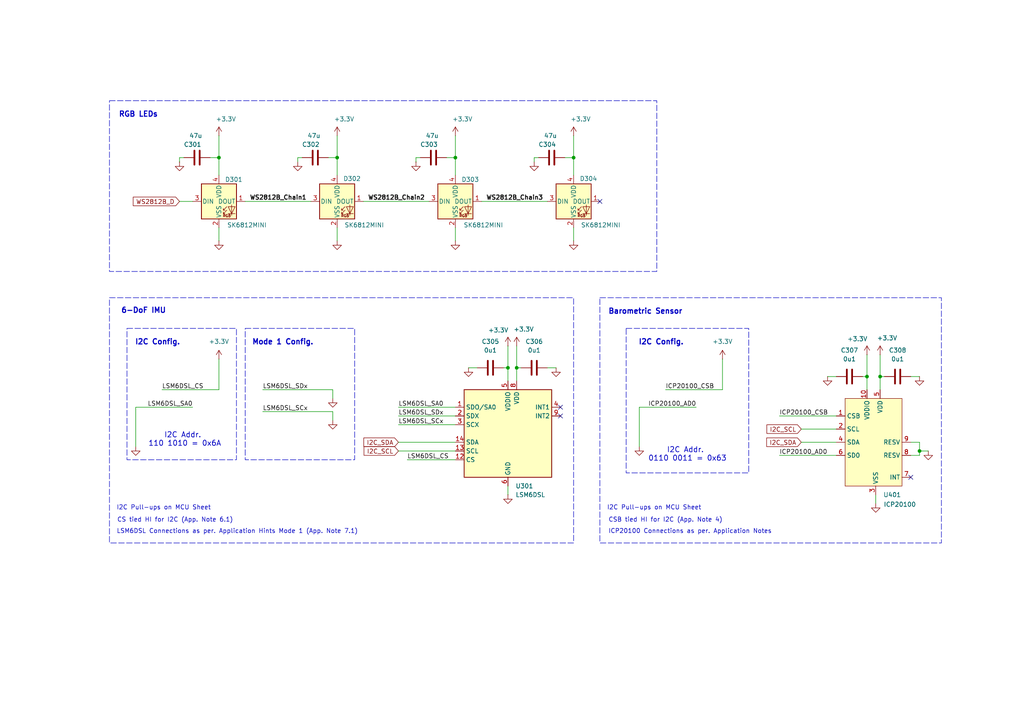
<source format=kicad_sch>
(kicad_sch (version 20231120) (generator "eeschema") (generator_version "8.0")
  (paper "A4")
  (lib_symbols
    (symbol "Device:C" (pin_numbers hide) (pin_names (offset 0.254))
      (property "Reference" "C" (at 0.635 2.54 0))
      (property "Value" "C" (at 0.635 -2.54 0))
      (symbol "C_0_1"
        (polyline (pts (xy -2.032 -0.762) (xy 2.032 -0.762)) (stroke (width 0.508)))
        (polyline (pts (xy -2.032 0.762) (xy 2.032 0.762)) (stroke (width 0.508)))
      )
      (symbol "C_1_1"
        (pin passive line (at 0 3.81 270) (length 2.794) (name "~") (number "1"))
        (pin passive line (at 0 -3.81 90) (length 2.794) (name "~") (number "2"))
      )
    )
    (symbol "LED:SK6812MINI" (pin_names (offset 0.254))
      (property "Reference" "D" (at 5.08 5.715 0))
      (property "Value" "SK6812MINI" (at 1.27 -5.715 0))
      (symbol "SK6812MINI_0_0"
        (text "RGB" (at 2.286 -4.191 0) (effects (font (size 0.762 0.762))))
      )
      (symbol "SK6812MINI_0_1"
        (polyline (pts (xy 1.27 -3.556) (xy 1.778 -3.556)))
        (polyline (pts (xy 1.27 -2.54) (xy 1.778 -2.54)))
        (polyline (pts (xy 4.699 -3.556) (xy 2.667 -3.556)))
        (polyline (pts (xy 2.286 -2.54) (xy 1.27 -3.556) (xy 1.27 -3.048)))
        (polyline (pts (xy 2.286 -1.524) (xy 1.27 -2.54) (xy 1.27 -2.032)))
        (polyline (pts (xy 3.683 -1.016) (xy 3.683 -3.556) (xy 3.683 -4.064)))
        (polyline (pts (xy 4.699 -1.524) (xy 2.667 -1.524) (xy 3.683 -3.556) (xy 4.699 -1.524)))
        (rectangle (start 5.08 5.08) (end -5.08 -5.08) (stroke (width 0.254)) (fill (type background)))
      )
      (symbol "SK6812MINI_1_1"
        (pin output line (at 7.62 0 180) (length 2.54) (name "DOUT") (number "1"))
        (pin power_in line (at 0 -7.62 90) (length 2.54) (name "VSS") (number "2"))
        (pin input line (at -7.62 0 0) (length 2.54) (name "DIN") (number "3"))
        (pin power_in line (at 0 7.62 270) (length 2.54) (name "VDD") (number "4"))
      )
    )
    (symbol "Sensor_Motion:LSM6DSL"
      (property "Reference" "U" (at -11.43 15.24 0))
      (property "Value" "LSM6DSL" (at -11.43 12.7 0))
      (symbol "LSM6DSL_0_1"
        (rectangle (start -12.7 12.7) (end 12.7 -12.7) (stroke (width 0.254)) (fill (type background)))
      )
      (symbol "LSM6DSL_1_1"
        (pin bidirectional line (at -15.24 7.62 0) (length 2.54) (name "SDO/SA0") (number "1"))
        (pin no_connect line (at 12.7 -5.08 180) (length 3.81) hide (name "NC") (number "10"))
        (pin no_connect line (at 12.7 -2.54 180) (length 3.81) hide (name "NC") (number "11"))
        (pin input line (at -15.24 -7.62 0) (length 2.54) (name "CS") (number "12"))
        (pin input line (at -15.24 -5.08 0) (length 2.54) (name "SCL") (number "13"))
        (pin bidirectional line (at -15.24 -2.54 0) (length 2.54) (name "SDA") (number "14"))
        (pin bidirectional line (at -15.24 5.08 0) (length 2.54) (name "SDX") (number "2"))
        (pin input line (at -15.24 2.54 0) (length 2.54) (name "SCX") (number "3"))
        (pin output line (at 15.24 7.62 180) (length 2.54) (name "INT1") (number "4"))
        (pin power_in line (at 0 15.24 270) (length 2.54) (name "VDDIO") (number "5"))
        (pin power_in line (at 0 -15.24 90) (length 2.54) (name "GND") (number "6"))
        (pin passive line (at 0 -15.24 90) (length 2.54) hide (name "GND") (number "7"))
        (pin power_in line (at 2.54 15.24 270) (length 2.54) (name "VDD") (number "8"))
        (pin output line (at 15.24 5.08 180) (length 2.54) (name "INT2") (number "9"))
      )
    )
    (symbol "TDK:ICP-20100"
      (property "Reference" "U" (at 0 0 0))
      (symbol "ICP-20100_1_1"
        (rectangle (start -20.32 -2.54) (end -3.81 -27.94) (fill (type background)))
        (pin bidirectional line (at -22.86 -7.62 0) (length 2.54) (name "CSB") (number "1"))
        (pin power_in line (at -13.97 0 270) (length 2.54) (name "VDDIO") (number "10"))
        (pin bidirectional line (at -22.86 -11.43 0) (length 2.54) (name "SCL") (number "2"))
        (pin power_in line (at -11.43 -30.48 90) (length 2.54) (name "VSS") (number "3"))
        (pin bidirectional line (at -22.86 -15.24 0) (length 2.54) (name "SDA") (number "4"))
        (pin power_in line (at -10.16 0 270) (length 2.54) (name "VDD") (number "5"))
        (pin bidirectional line (at -22.86 -19.05 0) (length 2.54) (name "SD0") (number "6"))
        (pin output line (at -1.27 -25.4 180) (length 2.54) (name "INT") (number "7"))
        (pin power_in line (at -1.27 -19.05 180) (length 2.54) (name "RESV") (number "8"))
        (pin power_in line (at -1.27 -15.24 180) (length 2.54) (name "RESV") (number "9"))
      )
    )
    (symbol "power:+3.3V" (power) (pin_numbers hide) (pin_names (offset 0) hide)
      (property "Value" "+3.3V" (at 0 3.556 0))
      (symbol "+3.3V_0_1"
        (polyline (pts (xy -0.762 1.27) (xy 0 2.54)))
        (polyline (pts (xy 0 0) (xy 0 2.54)))
        (polyline (pts (xy 0 2.54) (xy 0.762 1.27)))
      )
      (symbol "+3.3V_1_1"
        (pin power_in line (at 0 0 90) (length 0) (name "~") (number "1"))
      )
    )
    (symbol "power:GND" (power) (pin_numbers hide) (pin_names (offset 0) hide)
      (property "Value" "GND" (at 0 -3.81 0))
      (symbol "GND_0_1"
        (polyline (pts (xy 0 0) (xy 0 -1.27) (xy 1.27 -1.27) (xy 0 -2.54) (xy -1.27 -1.27) (xy 0 -1.27)))
      )
      (symbol "GND_1_1"
        (pin power_in line (at 0 0 270) (length 0) (name "~") (number "1"))
      )
    )
  )
  (junction (at 97.79 45.72))
  (junction (at 166.37 45.72))
  (junction (at 149.86 106.68))
  (junction (at 266.7 130.81))
  (junction (at 255.27 109.22))
  (junction (at 63.5 45.72))
  (junction (at 132.08 45.72))
  (junction (at 147.32 106.68))
  (junction (at 251.46 109.22))
  (no_connect (at 162.56 120.65))
  (no_connect (at 264.16 138.43))
  (no_connect (at 173.99 58.42))
  (no_connect (at 162.56 118.11))
  (wire (pts (xy 96.52 115.57) (xy 96.52 113.03)))
  (wire (pts (xy 53.34 45.72) (xy 52.07 45.72)))
  (wire (pts (xy 209.55 113.03) (xy 209.55 104.14)))
  (wire (pts (xy 132.08 45.72) (xy 132.08 50.8)))
  (wire (pts (xy 149.86 100.33) (xy 149.86 106.68)))
  (wire (pts (xy 115.57 123.19) (xy 132.08 123.19)))
  (wire (pts (xy 115.57 118.11) (xy 132.08 118.11)))
  (wire (pts (xy 266.7 130.81) (xy 266.7 128.27)))
  (wire (pts (xy 118.11 133.35) (xy 132.08 133.35)))
  (wire (pts (xy 226.06 132.08) (xy 242.57 132.08)))
  (wire (pts (xy 147.32 100.33) (xy 147.32 106.68)))
  (wire (pts (xy 166.37 66.04) (xy 166.37 69.85)))
  (wire (pts (xy 266.7 130.81) (xy 269.24 130.81)))
  (wire (pts (xy 158.75 106.68) (xy 161.29 106.68)))
  (wire (pts (xy 185.42 118.11) (xy 185.42 129.54)))
  (wire (pts (xy 266.7 132.08) (xy 266.7 130.81)))
  (wire (pts (xy 97.79 45.72) (xy 97.79 39.37)))
  (wire (pts (xy 63.5 113.03) (xy 63.5 104.14)))
  (wire (pts (xy 60.96 45.72) (xy 63.5 45.72)))
  (wire (pts (xy 266.7 128.27) (xy 264.16 128.27)))
  (wire (pts (xy 71.12 58.42) (xy 90.17 58.42)))
  (wire (pts (xy 87.63 45.72) (xy 86.36 45.72)))
  (wire (pts (xy 255.27 109.22) (xy 256.54 109.22)))
  (wire (pts (xy 226.06 120.65) (xy 242.57 120.65)))
  (wire (pts (xy 63.5 45.72) (xy 63.5 50.8)))
  (wire (pts (xy 132.08 66.04) (xy 132.08 69.85)))
  (wire (pts (xy 52.07 45.72) (xy 52.07 46.99)))
  (wire (pts (xy 264.16 109.22) (xy 266.7 109.22)))
  (wire (pts (xy 95.25 45.72) (xy 97.79 45.72)))
  (wire (pts (xy 154.94 45.72) (xy 154.94 46.99)))
  (wire (pts (xy 251.46 109.22) (xy 251.46 113.03)))
  (wire (pts (xy 264.16 132.08) (xy 266.7 132.08)))
  (wire (pts (xy 185.42 118.11) (xy 201.93 118.11)))
  (wire (pts (xy 63.5 45.72) (xy 63.5 39.37)))
  (wire (pts (xy 147.32 106.68) (xy 147.32 110.49)))
  (wire (pts (xy 97.79 66.04) (xy 97.79 69.85)))
  (wire (pts (xy 149.86 106.68) (xy 151.13 106.68)))
  (wire (pts (xy 146.05 106.68) (xy 147.32 106.68)))
  (wire (pts (xy 156.21 45.72) (xy 154.94 45.72)))
  (wire (pts (xy 139.7 58.42) (xy 158.75 58.42)))
  (wire (pts (xy 232.41 128.27) (xy 242.57 128.27)))
  (wire (pts (xy 39.37 118.11) (xy 39.37 129.54)))
  (wire (pts (xy 63.5 66.04) (xy 63.5 69.85)))
  (wire (pts (xy 97.79 45.72) (xy 97.79 50.8)))
  (wire (pts (xy 166.37 45.72) (xy 166.37 50.8)))
  (wire (pts (xy 96.52 121.92) (xy 96.52 119.38)))
  (wire (pts (xy 105.41 58.42) (xy 124.46 58.42)))
  (wire (pts (xy 39.37 118.11) (xy 55.88 118.11)))
  (wire (pts (xy 135.89 106.68) (xy 138.43 106.68)))
  (wire (pts (xy 255.27 109.22) (xy 255.27 113.03)))
  (wire (pts (xy 232.41 124.46) (xy 242.57 124.46)))
  (wire (pts (xy 121.92 45.72) (xy 120.65 45.72)))
  (wire (pts (xy 251.46 102.87) (xy 251.46 109.22)))
  (wire (pts (xy 52.07 58.42) (xy 55.88 58.42)))
  (wire (pts (xy 76.2 113.03) (xy 96.52 113.03)))
  (wire (pts (xy 129.54 45.72) (xy 132.08 45.72)))
  (wire (pts (xy 147.32 140.97) (xy 147.32 143.51)))
  (wire (pts (xy 255.27 102.87) (xy 255.27 109.22)))
  (wire (pts (xy 240.03 109.22) (xy 242.57 109.22)))
  (wire (pts (xy 254 146.05) (xy 254 143.51)))
  (wire (pts (xy 115.57 130.81) (xy 132.08 130.81)))
  (wire (pts (xy 163.83 45.72) (xy 166.37 45.72)))
  (wire (pts (xy 149.86 106.68) (xy 149.86 110.49)))
  (wire (pts (xy 115.57 128.27) (xy 132.08 128.27)))
  (wire (pts (xy 120.65 45.72) (xy 120.65 46.99)))
  (wire (pts (xy 132.08 45.72) (xy 132.08 39.37)))
  (wire (pts (xy 166.37 45.72) (xy 166.37 39.37)))
  (wire (pts (xy 209.55 113.03) (xy 193.04 113.03)))
  (wire (pts (xy 63.5 113.03) (xy 46.99 113.03)))
  (wire (pts (xy 86.36 45.72) (xy 86.36 46.99)))
  (wire (pts (xy 250.19 109.22) (xy 251.46 109.22)))
  (wire (pts (xy 115.57 120.65) (xy 132.08 120.65)))
  (wire (pts (xy 76.2 119.38) (xy 96.52 119.38)))
  (rectangle (start 181.61 95.25) (end 217.17 137.16) (stroke (width 0) (type dash)))
  (rectangle (start 31.75 86.36) (end 166.37 157.48) (stroke (width 0) (type dash)))
  (rectangle (start 36.83 95.25) (end 68.58 133.35) (stroke (width 0) (type dash)))
  (rectangle (start 173.99 86.36) (end 273.05 157.48) (stroke (width 0) (type dash)))
  (rectangle (start 71.12 95.25) (end 102.87 133.35) (stroke (width 0) (type dash)))
  (rectangle (start 31.75 29.21) (end 190.5 78.74) (stroke (width 0) (type dash)))
  (text "I2C Config." (at 45.72 99.314 0) (effects (font (size 1.524 1.524) (thickness 0.3048) (bold yes))))
  (text "CS tied HI for I2C (App. Note 6.1)" (at 50.8 150.876 0) (effects (font (size 1.27 1.27))))
  (text "CSB tied HI for I2C (App. Note 4)" (at 193.04 150.876 0) (effects (font (size 1.27 1.27))))
  (text "I2C Config." (at 191.77 99.314 0) (effects (font (size 1.524 1.524) (thickness 0.3048) (bold yes))))
  (text "Barometric Sensor" (at 187.198 90.424 0) (effects (font (size 1.524 1.524) (thickness 0.3048) (bold yes))))
  (text "RGB LEDs" (at 40.132 33.274 0) (effects (font (size 1.524 1.524) (thickness 0.3048) (bold yes))))
  (text "6-DoF IMU" (at 41.656 90.17 0) (effects (font (size 1.524 1.524) (thickness 0.3048) (bold yes))))
  (text "I2C Pull-ups on MCU Sheet" (at 189.738 147.32 0) (effects (font (size 1.27 1.27))))
  (text "I2C Pull-ups on MCU Sheet" (at 47.498 147.32 0) (effects (font (size 1.27 1.27))))
  (text "I2C Addr. \n0110 0011 = 0x63" (at 199.39 131.826 0) (effects (font (size 1.524 1.524) (thickness 0.1905))))
  (text "I2C Addr. \n110 1010 = 0x6A" (at 53.594 127.508 0) (effects (font (size 1.524 1.524) (thickness 0.1905))))
  (text "LSM6DSL Connections as per. Application Hints Mode 1 (App. Note 7.1)" (at 68.834 154.178 0) (effects (font (size 1.27 1.27))))
  (text "ICP20100 Connections as per. Application Notes" (at 200.152 154.178 0) (effects (font (size 1.27 1.27))))
  (text "Mode 1 Config." (at 82.042 99.314 0) (effects (font (size 1.524 1.524) (thickness 0.3048) (bold yes))))
  (label "LSM6DSL_SDx" (at 76.2 113.03 0))
  (label "LSM6DSL_SA0" (at 55.88 118.11 180))
  (label "ICP20100_CSB" (at 226.06 120.65 0))
  (label "LSM6DSL_CS" (at 118.11 133.35 0))
  (label "LSM6DSL_SCx" (at 76.2 119.38 0))
  (label "WS2812B_Chain2" (at 106.68 58.42 0) (effects (font (thickness 0.254) (bold yes))))
  (label "LSM6DSL_SA0" (at 115.57 118.11 0))
  (label "WS2812B_Chain1" (at 72.39 58.42 0) (effects (font (thickness 0.254) (bold yes))))
  (label "LSM6DSL_CS" (at 46.99 113.03 0))
  (label "LSM6DSL_SCx" (at 115.57 123.19 0))
  (label "LSM6DSL_SDx" (at 115.57 120.65 0))
  (label "ICP20100_AD0" (at 226.06 132.08 0))
  (label "ICP20100_CSB" (at 193.04 113.03 0))
  (label "ICP20100_AD0" (at 201.93 118.11 180))
  (label "WS2812B_Chain3" (at 140.97 58.42 0) (effects (font (thickness 0.254) (bold yes))))
  (global_label "I2C_SCL" (shape input) (at 115.57 130.81 180) (property "Intersheetrefs" "${INTERSHEET_REFS}" (effects (hide yes))))
  (global_label "I2C_SCL" (shape input) (at 232.41 124.46 180) (property "Intersheetrefs" "${INTERSHEET_REFS}" (effects (hide yes))))
  (global_label "WS2812B_D" (shape input) (at 52.07 58.42 180) (property "Intersheetrefs" "${INTERSHEET_REFS}" (effects (hide yes))))
  (global_label "I2C_SDA" (shape input) (at 232.41 128.27 180) (property "Intersheetrefs" "${INTERSHEET_REFS}" (effects (hide yes))))
  (global_label "I2C_SDA" (shape input) (at 115.57 128.27 180) (property "Intersheetrefs" "${INTERSHEET_REFS}" (effects (hide yes))))
  (symbol (lib_id "power:GND") (at 154.94 46.99 0) (unit 1)
    (property "Reference" "#PWR070" (effects (hide yes)))
    (property "Value" "GND" (effects (hide yes)))
    (property "Description" "Power symbol creates a global label with name \"GND\" , ground" (effects (hide yes)))
  )
  (symbol (lib_id "TDK:ICP-20100") (at 265.43 113.03 0) (unit 1)
    (property "Reference" "U401" (at 256.1941 143.51 0) (effects (justify left)))
    (property "Value" "ICP20100" (at 256.286 146.304 0) (effects (justify left)))
    (property "Footprint" "Package_LGA:ST_HLGA-10_2x2mm_P0.5mm_LayoutBorder3x2y" (effects (hide yes)))
  )
  (symbol (lib_id "Device:C") (at 125.73 45.72 90) (unit 1)
    (property "Reference" "C303" (at 127 41.91 90) (effects (justify left)))
    (property "Value" "47u" (at 127.254 39.37 90) (effects (justify left)))
    (property "Footprint" "Capacitor_SMD:C_0603_1608Metric" (effects (hide yes)))
    (property "Description" "Unpolarized capacitor" (effects (hide yes)))
  )
  (symbol (lib_id "power:GND") (at 39.37 129.54 0) (mirror y) (unit 1)
    (property "Reference" "#PWR062" (effects (hide yes)))
    (property "Value" "GND" (effects (hide yes)))
    (property "Description" "Power symbol creates a global label with name \"GND\" , ground" (effects (hide yes)))
  )
  (symbol (lib_id "power:GND") (at 254 146.05 0) (unit 1)
    (property "Reference" "#PWR076" (effects (hide yes)))
    (property "Value" "GND" (effects (hide yes)))
    (property "Description" "Power symbol creates a global label with name \"GND\" , ground" (effects (hide yes)))
  )
  (symbol (lib_id "power:+3.3V") (at 63.5 104.14 0) (unit 1)
    (property "Reference" "#PWR078" (effects (hide yes)))
    (property "Value" "+3.3V" (at 63.5 99.06 0))
    (property "Description" "Power symbol creates a global label with name \"+3.3V\"" (effects (hide yes)))
  )
  (symbol (lib_id "power:+3.3V") (at 166.37 39.37 0) (unit 1)
    (property "Reference" "#PWR071" (effects (hide yes)))
    (property "Value" "+3.3V" (at 168.402 34.544 0))
    (property "Description" "Power symbol creates a global label with name \"+3.3V\"" (effects (hide yes)))
  )
  (symbol (lib_id "power:GND") (at 135.89 106.68 0) (unit 1)
    (property "Reference" "#PWR020" (effects (hide yes)))
    (property "Value" "GND" (effects (hide yes)))
    (property "Description" "Power symbol creates a global label with name \"GND\" , ground" (effects (hide yes)))
  )
  (symbol (lib_id "power:+3.3V") (at 63.5 39.37 0) (unit 1)
    (property "Reference" "#PWR026" (effects (hide yes)))
    (property "Value" "+3.3V" (at 65.532 34.544 0))
    (property "Description" "Power symbol creates a global label with name \"+3.3V\"" (effects (hide yes)))
  )
  (symbol (lib_id "Device:C") (at 57.15 45.72 90) (unit 1)
    (property "Reference" "C301" (at 58.42 41.91 90) (effects (justify left)))
    (property "Value" "47u" (at 58.674 39.37 90) (effects (justify left)))
    (property "Footprint" "Capacitor_SMD:C_0603_1608Metric" (effects (hide yes)))
    (property "Description" "Unpolarized capacitor" (effects (hide yes)))
  )
  (symbol (lib_id "power:GND") (at 96.52 115.57 0) (mirror y) (unit 1)
    (property "Reference" "#PWR018" (effects (hide yes)))
    (property "Value" "GND" (effects (hide yes)))
    (property "Description" "Power symbol creates a global label with name \"GND\" , ground" (effects (hide yes)))
  )
  (symbol (lib_id "Device:C") (at 260.35 109.22 270) (unit 1)
    (property "Reference" "C308" (at 260.35 101.6 90))
    (property "Value" "0u1" (at 260.35 104.14 90))
    (property "Footprint" "Capacitor_SMD:C_0402_1005Metric" (effects (hide yes)))
    (property "Description" "Unpolarized capacitor" (effects (hide yes)))
  )
  (symbol (lib_id "power:GND") (at 120.65 46.99 0) (unit 1)
    (property "Reference" "#PWR057" (effects (hide yes)))
    (property "Value" "GND" (effects (hide yes)))
    (property "Description" "Power symbol creates a global label with name \"GND\" , ground" (effects (hide yes)))
  )
  (symbol (lib_id "Device:C") (at 154.94 106.68 270) (unit 1)
    (property "Reference" "C306" (at 154.94 99.06 90))
    (property "Value" "0u1" (at 154.94 101.6 90))
    (property "Footprint" "Capacitor_SMD:C_0402_1005Metric" (effects (hide yes)))
    (property "Description" "Unpolarized capacitor" (effects (hide yes)))
  )
  (symbol (lib_id "power:GND") (at 266.7 109.22 0) (unit 1)
    (property "Reference" "#PWR075" (effects (hide yes)))
    (property "Value" "GND" (effects (hide yes)))
    (property "Description" "Power symbol creates a global label with name \"GND\" , ground" (effects (hide yes)))
  )
  (symbol (lib_id "LED:SK6812MINI") (at 132.08 58.42 0) (unit 1)
    (property "Reference" "D303" (at 136.398 52.07 0))
    (property "Value" "SK6812MINI" (at 140.208 65.278 0))
    (property "Footprint" "LED_SMD:LED_SK6812MINI_PLCC4_3.5x3.5mm_P1.75mm" (effects (hide yes)))
    (property "Datasheet" "https://cdn-shop.adafruit.com/product-files/2686/SK6812MINI_REV.01-1-2.pdf" (effects (hide yes)))
    (property "Description" "RGB LED with integrated controller" (effects (hide yes)))
  )
  (symbol (lib_id "power:GND") (at 269.24 130.81 0) (unit 1)
    (property "Reference" "#PWR077" (effects (hide yes)))
    (property "Value" "GND" (effects (hide yes)))
    (property "Description" "Power symbol creates a global label with name \"GND\" , ground" (effects (hide yes)))
  )
  (symbol (lib_id "power:GND") (at 185.42 129.54 0) (mirror y) (unit 1)
    (property "Reference" "#PWR079" (effects (hide yes)))
    (property "Value" "GND" (effects (hide yes)))
    (property "Description" "Power symbol creates a global label with name \"GND\" , ground" (effects (hide yes)))
  )
  (symbol (lib_id "LED:SK6812MINI") (at 63.5 58.42 0) (unit 1)
    (property "Reference" "D301" (at 67.818 52.07 0))
    (property "Value" "SK6812MINI" (at 71.628 65.278 0))
    (property "Footprint" "LED_SMD:LED_SK6812MINI_PLCC4_3.5x3.5mm_P1.75mm" (effects (hide yes)))
    (property "Datasheet" "https://cdn-shop.adafruit.com/product-files/2686/SK6812MINI_REV.01-1-2.pdf" (effects (hide yes)))
    (property "Description" "RGB LED with integrated controller" (effects (hide yes)))
  )
  (symbol (lib_id "power:GND") (at 132.08 69.85 0) (unit 1)
    (property "Reference" "#PWR029" (effects (hide yes)))
    (property "Value" "GND" (effects (hide yes)))
    (property "Description" "Power symbol creates a global label with name \"GND\" , ground" (effects (hide yes)))
  )
  (symbol (lib_id "LED:SK6812MINI") (at 166.37 58.42 0) (unit 1)
    (property "Reference" "D304" (at 170.688 51.816 0))
    (property "Value" "SK6812MINI" (at 174.244 65.278 0))
    (property "Footprint" "LED_SMD:LED_SK6812MINI_PLCC4_3.5x3.5mm_P1.75mm" (effects (hide yes)))
    (property "Datasheet" "https://cdn-shop.adafruit.com/product-files/2686/SK6812MINI_REV.01-1-2.pdf" (effects (hide yes)))
    (property "Description" "RGB LED with integrated controller" (effects (hide yes)))
  )
  (symbol (lib_id "power:GND") (at 97.79 69.85 0) (unit 1)
    (property "Reference" "#PWR028" (effects (hide yes)))
    (property "Value" "GND" (effects (hide yes)))
    (property "Description" "Power symbol creates a global label with name \"GND\" , ground" (effects (hide yes)))
  )
  (symbol (lib_id "Device:C") (at 142.24 106.68 270) (unit 1)
    (property "Reference" "C305" (at 142.24 99.06 90))
    (property "Value" "0u1" (at 142.24 101.6 90))
    (property "Footprint" "Capacitor_SMD:C_0402_1005Metric" (effects (hide yes)))
    (property "Description" "Unpolarized capacitor" (effects (hide yes)))
  )
  (symbol (lib_id "LED:SK6812MINI") (at 97.79 58.42 0) (unit 1)
    (property "Reference" "D302" (at 102.108 51.816 0))
    (property "Value" "SK6812MINI" (at 105.664 65.278 0))
    (property "Footprint" "LED_SMD:LED_SK6812MINI_PLCC4_3.5x3.5mm_P1.75mm" (effects (hide yes)))
    (property "Datasheet" "https://cdn-shop.adafruit.com/product-files/2686/SK6812MINI_REV.01-1-2.pdf" (effects (hide yes)))
    (property "Description" "RGB LED with integrated controller" (effects (hide yes)))
  )
  (symbol (lib_id "power:+3.3V") (at 132.08 39.37 0) (unit 1)
    (property "Reference" "#PWR059" (effects (hide yes)))
    (property "Value" "+3.3V" (at 134.112 34.544 0))
    (property "Description" "Power symbol creates a global label with name \"+3.3V\"" (effects (hide yes)))
  )
  (symbol (lib_id "power:GND") (at 52.07 46.99 0) (unit 1)
    (property "Reference" "#PWR025" (effects (hide yes)))
    (property "Value" "GND" (effects (hide yes)))
    (property "Description" "Power symbol creates a global label with name \"GND\" , ground" (effects (hide yes)))
  )
  (symbol (lib_id "power:GND") (at 147.32 143.51 0) (unit 1)
    (property "Reference" "#PWR022" (effects (hide yes)))
    (property "Value" "GND" (effects (hide yes)))
    (property "Description" "Power symbol creates a global label with name \"GND\" , ground" (effects (hide yes)))
  )
  (symbol (lib_id "power:GND") (at 96.52 121.92 0) (mirror y) (unit 1)
    (property "Reference" "#PWR019" (effects (hide yes)))
    (property "Value" "GND" (effects (hide yes)))
    (property "Description" "Power symbol creates a global label with name \"GND\" , ground" (effects (hide yes)))
  )
  (symbol (lib_id "power:GND") (at 161.29 106.68 0) (unit 1)
    (property "Reference" "#PWR024" (effects (hide yes)))
    (property "Value" "GND" (effects (hide yes)))
    (property "Description" "Power symbol creates a global label with name \"GND\" , ground" (effects (hide yes)))
  )
  (symbol (lib_id "power:+3.3V") (at 251.46 102.87 0) (unit 1)
    (property "Reference" "#PWR072" (effects (hide yes)))
    (property "Value" "+3.3V" (at 248.666 98.298 0))
    (property "Description" "Power symbol creates a global label with name \"+3.3V\"" (effects (hide yes)))
  )
  (symbol (lib_id "Device:C") (at 246.38 109.22 270) (unit 1)
    (property "Reference" "C307" (at 246.38 101.6 90))
    (property "Value" "0u1" (at 246.38 104.14 90))
    (property "Footprint" "Capacitor_SMD:C_0402_1005Metric" (effects (hide yes)))
    (property "Description" "Unpolarized capacitor" (effects (hide yes)))
  )
  (symbol (lib_id "power:+3.3V") (at 147.32 100.33 0) (unit 1)
    (property "Reference" "#PWR021" (effects (hide yes)))
    (property "Value" "+3.3V" (at 144.526 95.758 0))
    (property "Description" "Power symbol creates a global label with name \"+3.3V\"" (effects (hide yes)))
  )
  (symbol (lib_id "power:+3.3V") (at 255.27 102.87 0) (unit 1)
    (property "Reference" "#PWR073" (effects (hide yes)))
    (property "Value" "+3.3V" (at 257.302 98.044 0))
    (property "Description" "Power symbol creates a global label with name \"+3.3V\"" (effects (hide yes)))
  )
  (symbol (lib_id "power:GND") (at 240.03 109.22 0) (unit 1)
    (property "Reference" "#PWR04" (effects (hide yes)))
    (property "Value" "GND" (effects (hide yes)))
    (property "Description" "Power symbol creates a global label with name \"GND\" , ground" (effects (hide yes)))
  )
  (symbol (lib_id "Device:C") (at 91.44 45.72 90) (unit 1)
    (property "Reference" "C302" (at 92.71 41.91 90) (effects (justify left)))
    (property "Value" "47u" (at 92.964 39.37 90) (effects (justify left)))
    (property "Footprint" "Capacitor_SMD:C_0603_1608Metric" (effects (hide yes)))
    (property "Description" "Unpolarized capacitor" (effects (hide yes)))
  )
  (symbol (lib_id "power:GND") (at 63.5 69.85 0) (unit 1)
    (property "Reference" "#PWR027" (effects (hide yes)))
    (property "Value" "GND" (effects (hide yes)))
    (property "Description" "Power symbol creates a global label with name \"GND\" , ground" (effects (hide yes)))
  )
  (symbol (lib_id "Device:C") (at 160.02 45.72 90) (unit 1)
    (property "Reference" "C304" (at 161.29 41.91 90) (effects (justify left)))
    (property "Value" "47u" (at 161.544 39.37 90) (effects (justify left)))
    (property "Footprint" "Capacitor_SMD:C_0603_1608Metric" (effects (hide yes)))
    (property "Description" "Unpolarized capacitor" (effects (hide yes)))
  )
  (symbol (lib_id "power:+3.3V") (at 149.86 100.33 0) (unit 1)
    (property "Reference" "#PWR023" (effects (hide yes)))
    (property "Value" "+3.3V" (at 151.892 95.504 0))
    (property "Description" "Power symbol creates a global label with name \"+3.3V\"" (effects (hide yes)))
  )
  (symbol (lib_id "power:GND") (at 166.37 69.85 0) (unit 1)
    (property "Reference" "#PWR030" (effects (hide yes)))
    (property "Value" "GND" (effects (hide yes)))
    (property "Description" "Power symbol creates a global label with name \"GND\" , ground" (effects (hide yes)))
  )
  (symbol (lib_id "power:GND") (at 86.36 46.99 0) (unit 1)
    (property "Reference" "#PWR046" (effects (hide yes)))
    (property "Value" "GND" (effects (hide yes)))
    (property "Description" "Power symbol creates a global label with name \"GND\" , ground" (effects (hide yes)))
  )
  (symbol (lib_id "power:+3.3V") (at 97.79 39.37 0) (unit 1)
    (property "Reference" "#PWR053" (effects (hide yes)))
    (property "Value" "+3.3V" (at 99.822 34.544 0))
    (property "Description" "Power symbol creates a global label with name \"+3.3V\"" (effects (hide yes)))
  )
  (symbol (lib_id "Sensor_Motion:LSM6DSL") (at 147.32 125.73 0) (unit 1)
    (property "Reference" "U301" (at 149.5141 140.97 0) (effects (justify left)))
    (property "Value" "LSM6DSL" (at 149.5141 143.51 0) (effects (justify left)))
    (property "Footprint" "Package_LGA:LGA-14_3x2.5mm_P0.5mm_LayoutBorder3x4y" (effects (hide yes)))
    (property "Datasheet" "https://www.st.com/resource/en/datasheet/lsm6dsl.pdf" (effects (hide yes)))
    (property "Description" "I2C/SPI, iNEMO inertial module: always-on 3D accelerometer and 3D gyroscope, 1.71V to 3.6V VCC" (effects (hide yes)))
  )
  (symbol (lib_id "power:+3.3V") (at 209.55 104.14 0) (unit 1)
    (property "Reference" "#PWR080" (effects (hide yes)))
    (property "Value" "+3.3V" (at 209.55 99.06 0))
    (property "Description" "Power symbol creates a global label with name \"+3.3V\"" (effects (hide yes)))
  )
)
</source>
